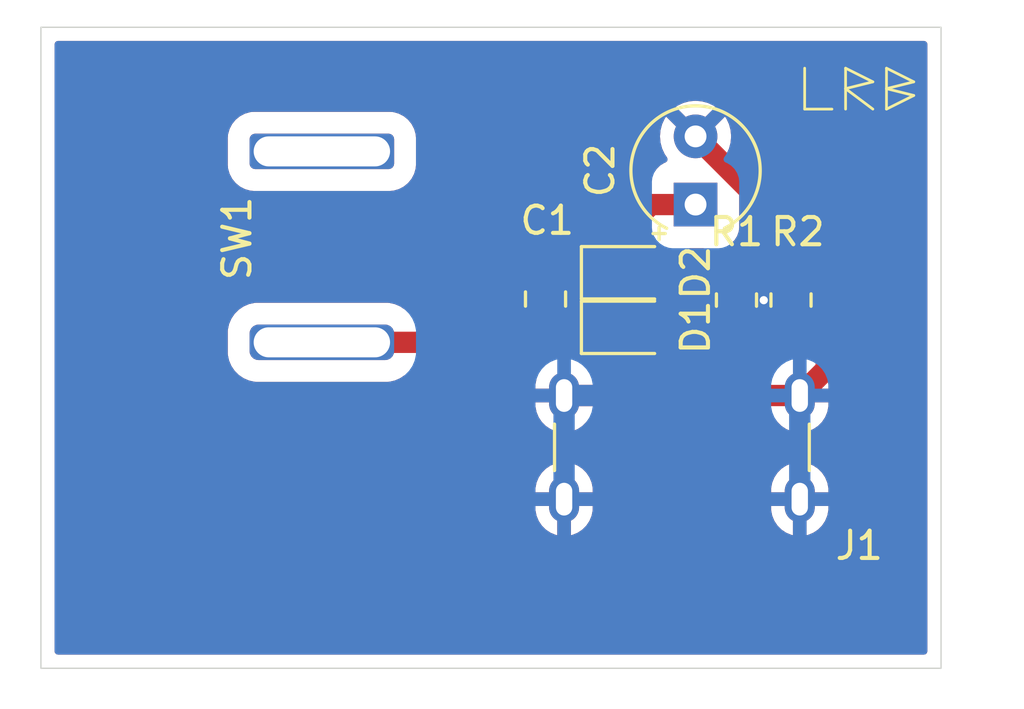
<source format=kicad_pcb>
(kicad_pcb (version 20240108) (generator "pcbnew") (generator_version "8.0")
  (layers (0 "F.Cu" signal) (31 "B.Cu" signal) (34 "B.Paste" user) (35 "F.Paste" user) (36 "B.SilkS" user "B.Silkscreen") (37 "F.SilkS" user "F.Silkscreen") (38 "B.Mask" user) (39 "F.Mask" user) (44 "Edge.Cuts" user))
  (net 0 "")
  (net 1 "Net-(D2-K)")
  (net 2 "GND")
  (net 3 "Net-(D1-A)")
  (net 4 "Net-(J1-CC1)")
  (net 5 "Net-(J1-CC2)")
  (net 6 "+5V")
  (footprint "Resistor_SMD:R_0805_2012Metric_Pad1.20x1.40mm_HandSolder" (layer "F.Cu") (at 159.5 102.5 -90)
    (property "Reference" "R2" (at -2.5 -0.25 0) (layer "F.SilkS"))
    (property "Value" "5.1k")
    (fp_line (start -0.227064 0.735) (end 0.227064 0.735) (stroke (width 0.12)) (layer "F.SilkS"))
    (fp_line (start -0.227064 -0.735) (end 0.227064 -0.735) (stroke (width 0.12)) (layer "F.SilkS"))
    (pad "1" smd roundrect (at -1 0 270) (size 1.2 1.4) (layers "F.Cu" "F.Paste" "F.Mask") (roundrect_rratio 0.208333) (net 2 "GND"))
    (pad "2" smd roundrect (at 1 0 270) (size 1.2 1.4) (layers "F.Cu" "F.Paste" "F.Mask") (roundrect_rratio 0.208333) (net 5 "Net-(J1-CC2)"))
  )
  (footprint "Resistor_SMD:R_0805_2012Metric_Pad1.20x1.40mm_HandSolder" (layer "F.Cu") (at 157.5 102.5 90)
    (property "Reference" "R1" (at 2.5 0 180) (layer "F.SilkS"))
    (property "Value" "5.1k")
    (fp_line (start -0.227064 -0.735) (end 0.227064 -0.735) (stroke (width 0.12)) (layer "F.SilkS"))
    (fp_line (start -0.227064 0.735) (end 0.227064 0.735) (stroke (width 0.12)) (layer "F.SilkS"))
    (pad "1" smd roundrect (at -1 0 90) (size 1.2 1.4) (layers "F.Cu" "F.Paste" "F.Mask") (roundrect_rratio 0.208333) (net 4 "Net-(J1-CC1)"))
    (pad "2" smd roundrect (at 1 0 90) (size 1.2 1.4) (layers "F.Cu" "F.Paste" "F.Mask") (roundrect_rratio 0.208333) (net 2 "GND"))
  )
  (footprint "Capacitor_SMD:C_0805_2012Metric_Pad1.18x1.45mm_HandSolder" (layer "F.Cu") (at 150.5 102.4625 90)
    (property "Reference" "C1" (at 2.88 0.06 180) (layer "F.SilkS"))
    (property "Value" "0.1u")
    (fp_line (start -0.261252 -0.735) (end 0.261252 -0.735) (stroke (width 0.12)) (layer "F.SilkS"))
    (fp_line (start -0.261252 0.735) (end 0.261252 0.735) (stroke (width 0.12)) (layer "F.SilkS"))
    (pad "1" smd roundrect (at -1.0375 0 90) (size 1.175 1.45) (layers "F.Cu" "F.Paste" "F.Mask") (roundrect_rratio 0.212766) (net 1 "Net-(D2-K)"))
    (pad "2" smd roundrect (at 1.0375 0 90) (size 1.175 1.45) (layers "F.Cu" "F.Paste" "F.Mask") (roundrect_rratio 0.212766) (net 2 "GND"))
  )
  (footprint "Diode_SMD:D_0805_2012Metric" (layer "F.Cu") (at 153.5 101.5)
    (property "Reference" "D2" (at 2.5 0 90) (layer "F.SilkS"))
    (property "Value" "D_Schottky")
    (fp_line (start -1.685 -0.96) (end -1.685 0.96) (stroke (width 0.12)) (layer "F.SilkS"))
    (fp_line (start -1.685 0.96) (end 1 0.96) (stroke (width 0.12)) (layer "F.SilkS"))
    (fp_line (start 1 -0.96) (end -1.685 -0.96) (stroke (width 0.12)) (layer "F.SilkS"))
    (pad "1" smd roundrect (at -0.9375 0) (size 0.975 1.4) (layers "F.Cu" "F.Paste" "F.Mask") (net 1 "Net-(D2-K)"))
    (pad "2" smd roundrect (at 0.9375 0) (size 0.975 1.4) (layers "F.Cu" "F.Paste" "F.Mask") (net 3 "Net-(D1-A)"))
  )
  (footprint "Diode_SMD:D_0805_2012Metric" (layer "F.Cu") (at 153.5 103.5)
    (property "Reference" "D1" (at 2.5 0 90) (layer "F.SilkS"))
    (property "Value" "TVS")
    (fp_line (start -1.685 -0.96) (end -1.685 0.96) (stroke (width 0.12)) (layer "F.SilkS"))
    (fp_line (start -1.685 0.96) (end 1 0.96) (stroke (width 0.12)) (layer "F.SilkS"))
    (fp_line (start 1 -0.96) (end -1.685 -0.96) (stroke (width 0.12)) (layer "F.SilkS"))
    (pad "1" smd roundrect (at -0.9375 0) (size 0.975 1.4) (layers "F.Cu" "F.Paste" "F.Mask") (net 2 "GND"))
    (pad "2" smd roundrect (at 0.9375 0) (size 0.975 1.4) (layers "F.Cu" "F.Paste" "F.Mask") (net 3 "Net-(D1-A)"))
  )
  (footprint "Connector_USB:USB_C_Receptacle_GCT_USB4125-xx-x-0190_6P_TopMnt_Horizontal" (layer "F.Cu") (at 155.5 109)
    (property "Reference" "J1" (at 6.5 2.5 0) (layer "F.SilkS"))
    (property "Value" "USB_C_Receptacle_PowerOnly_6P")
    (fp_line (start -4.67 -0.25) (end -4.67 -1.95) (stroke (width 0.12)) (layer "F.SilkS"))
    (fp_line (start 4.67 -0.25) (end 4.67 -1.95) (stroke (width 0.12)) (layer "F.SilkS"))
    (pad "A5" smd roundrect (at -0.5 -3.08) (size 0.7 1.2) (layers "F.Cu" "F.Paste" "F.Mask") (net 4 "Net-(J1-CC1)"))
    (pad "A9" smd roundrect (at 1.52 -3.08 180) (size 0.76 1.2) (layers "F.Cu" "F.Paste" "F.Mask") (net 3 "Net-(D1-A)"))
    (pad "A12" smd roundrect (at 2.75 -3.08 180) (size 0.8 1.2) (layers "F.Cu" "F.Paste" "F.Mask") (net 2 "GND"))
    (pad "B5" smd roundrect (at 0.5 -3.08 180) (size 0.7 1.2) (layers "F.Cu" "F.Paste" "F.Mask") (net 5 "Net-(J1-CC2)"))
    (pad "B9" smd roundrect (at -1.52 -3.08) (size 0.76 1.2) (layers "F.Cu" "F.Paste" "F.Mask") (net 3 "Net-(D1-A)"))
    (pad "B12" smd roundrect (at -2.75 -3.08) (size 0.8 1.2) (layers "F.Cu" "F.Paste" "F.Mask") (net 2 "GND"))
    (pad "S1" thru_hole oval (at -4.32 -3) (size 1.1 1.7) (drill oval 0.6 1.2) (layers "*.Cu" "*.Mask" "F.Paste") (net 2 "GND"))
    (pad "S1" thru_hole oval (at -4.32 0.8) (size 1.1 1.7) (drill oval 0.6 1.2) (layers "*.Cu" "*.Mask" "F.Paste") (net 2 "GND"))
    (pad "S1" thru_hole oval (at 4.32 -3) (size 1.1 1.7) (drill oval 0.6 1.2) (layers "*.Cu" "*.Mask" "F.Paste") (net 2 "GND"))
    (pad "S1" thru_hole oval (at 4.32 0.8) (size 1.1 1.7) (drill oval 0.6 1.2) (layers "*.Cu" "*.Mask" "F.Paste") (net 2 "GND"))
  )
  (footprint "Button_Switch_THT:switch_corona" (layer "F.Cu") (at 142.3 104.05 90)
    (property "Reference" "SW1" (at 3.81 -3.11 90) (layer "F.SilkS"))
    (property "Value" "SW_SPST")
    (pad "1" thru_hole roundrect (at 0 0 90) (size 1.3 5.3) (drill oval 1.1 5) (layers "*.Cu" "*.Mask") (net 1 "Net-(D2-K)"))
    (pad "2" thru_hole roundrect (at 7 0 90) (size 1.3 5.3) (drill oval 1.1 5) (layers "*.Cu" "*.Mask") (roundrect_rratio 0.15625) (net 6 "+5V"))
  )
  (footprint "Capacitor_THT:CP_Radial_Tantal_D4.5mm_P2.50mm" (layer "F.Cu") (at 156 99 90)
    (property "Reference" "C2" (at 1.25 -3.5 90) (layer "F.SilkS"))
    (property "Value" "1000uF")
    (fp_line (start -1.062288 -1.56) (end -1.062288 -1.11) (stroke (width 0.12)) (layer "F.SilkS"))
    (fp_line (start -1.287288 -1.335) (end -0.837288 -1.335) (stroke (width 0.12)) (layer "F.SilkS"))
    (fp_arc (start -0.869741 -1.06) (mid 3.62 0) (end -0.869741 1.06) (stroke (width 0.12)) (layer "F.SilkS"))
    (pad "1" thru_hole rect (at 0 0 90) (size 1.6 1.6) (drill 0.8) (layers "*.Cu" "*.Mask") (net 1 "Net-(D2-K)"))
    (pad "2" thru_hole circle (at 2.5 0 90) (size 1.6 1.6) (drill 0.8) (layers "*.Cu" "*.Mask") (net 2 "GND"))
  )
  (gr_line (start 164 95) (end 163 94.75) (stroke (width 0.1)) (layer "F.SilkS"))
  (gr_line (start 161.5 94) (end 161.5 95.5) (stroke (width 0.1)) (layer "F.SilkS"))
  (gr_line (start 161.5 94) (end 162.5 94.5) (stroke (width 0.1)) (layer "F.SilkS"))
  (gr_line (start 163 94) (end 163 95.5) (stroke (width 0.1)) (layer "F.SilkS"))
  (gr_line (start 163 95.5) (end 164 95) (stroke (width 0.1)) (layer "F.SilkS"))
  (gr_line (start 161.5 94.75) (end 162.5 95.5) (stroke (width 0.1)) (layer "F.SilkS"))
  (gr_line (start 164 94.5) (end 163 94.75) (stroke (width 0.1)) (layer "F.SilkS"))
  (gr_line (start 162.5 94.5) (end 161.5 94.75) (stroke (width 0.1)) (layer "F.SilkS"))
  (gr_line (start 160 95.5) (end 161 95.5) (stroke (width 0.1)) (layer "F.SilkS"))
  (gr_line (start 160 94) (end 160 95.5) (stroke (width 0.1)) (layer "F.SilkS"))
  (gr_line (start 163 94) (end 164 94.5) (stroke (width 0.1)) (layer "F.SilkS"))
  (gr_rect (start 132 92.5) (end 165 116) (stroke (width 0.05)) (fill none) (layer "Edge.Cuts"))
  (segment (start 152.5625 100.800001) (end 154.362501 99) (width 0.78) (layer "F.Cu") (net 1))
  (segment (start 150.5 103.5) (end 149.185 102.185) (width 0.78) (layer "F.Cu") (net 1))
  (segment (start 152.5625 101.5) (end 152.5625 100.800001) (width 0.78) (layer "F.Cu") (net 1))
  (segment (start 142.3 104.05) (end 149.95 104.05) (width 0.78) (layer "F.Cu") (net 1))
  (segment (start 152.5625 101.0625) (end 152.5625 101.5) (width 0.78) (layer "F.Cu") (net 1))
  (segment (start 149.185 102.185) (end 149.185 100.315) (width 0.78) (layer "F.Cu") (net 1))
  (segment (start 149.95 104.05) (end 150.5 103.5) (width 0.78) (layer "F.Cu") (net 1))
  (segment (start 149.2525 100.2475) (end 151.7475 100.2475) (width 0.78) (layer "F.Cu") (net 1))
  (segment (start 149.185 100.315) (end 149.2525 100.2475) (width 0.78) (layer "F.Cu") (net 1))
  (segment (start 154.362501 99) (end 156 99) (width 0.78) (layer "F.Cu") (net 1))
  (segment (start 151.7475 100.2475) (end 152.5625 101.0625) (width 0.78) (layer "F.Cu") (net 1))
  (segment (start 159.5 101.5) (end 160.79 102.79) (width 0.78) (layer "F.Cu") (net 2))
  (segment (start 152.75 105.92) (end 152.75 103.6875) (width 0.78) (layer "F.Cu") (net 2))
  (segment (start 157.5 101.5) (end 159.5 101.5) (width 0.78) (layer "F.Cu") (net 2))
  (segment (start 152.75 103.6875) (end 152.5625 103.5) (width 0.78) (layer "F.Cu") (net 2))
  (segment (start 157.5 101.505134) (end 158.5 102.505134) (width 0.78) (layer "F.Cu") (net 2))
  (segment (start 152.5625 103.5) (end 152.5625 103.4875) (width 0.78) (layer "F.Cu") (net 2))
  (segment (start 160.79 102.79) (end 160.79 105.03) (width 0.78) (layer "F.Cu") (net 2))
  (segment (start 159.82 106) (end 158.33 106) (width 0.78) (layer "F.Cu") (net 2))
  (segment (start 157.5 101.5) (end 157.5 101.505134) (width 0.78) (layer "F.Cu") (net 2))
  (segment (start 160.79 105.03) (end 159.82 106) (width 0.78) (layer "F.Cu") (net 2))
  (segment (start 158.33 106) (end 158.25 105.92) (width 0.78) (layer "F.Cu") (net 2))
  (segment (start 152.5625 103.4875) (end 150.5 101.425) (width 0.78) (layer "F.Cu") (net 2))
  (segment (start 159.5 101.5) (end 159.5 100) (width 0.78) (layer "F.Cu") (net 2))
  (segment (start 152.67 106) (end 152.75 105.92) (width 0.78) (layer "F.Cu") (net 2))
  (segment (start 151.18 106) (end 152.67 106) (width 0.78) (layer "F.Cu") (net 2))
  (segment (start 159.5 100) (end 156 96.5) (width 0.78) (layer "F.Cu") (net 2))
  (via (at 158.5 102.505134) (size 0.6) (drill 0.3) (layers "F.Cu" "B.Cu") (net 2))
  (segment (start 151.18 109.8) (end 151.18 106) (width 0.78) (layer "B.Cu") (net 2))
  (segment (start 158.5 102.505134) (end 155.005134 106) (width 0.78) (layer "B.Cu") (net 2))
  (segment (start 155.005134 106) (end 151.18 106) (width 0.78) (layer "B.Cu") (net 2))
  (segment (start 159.82 109.8) (end 159.82 106) (width 0.78) (layer "B.Cu") (net 2))
  (segment (start 153.98 106.586724) (end 153.98 105.92) (width 0.78) (layer "F.Cu") (net 3))
  (segment (start 153.98 103.9575) (end 154.4375 103.5) (width 0.78) (layer "F.Cu") (net 3))
  (segment (start 153.98 105.92) (end 153.98 103.9575) (width 0.78) (layer "F.Cu") (net 3))
  (segment (start 154.503276 107.11) (end 153.98 106.586724) (width 0.78) (layer "F.Cu") (net 3))
  (segment (start 154.4375 103.5) (end 154.4375 101.5) (width 0.78) (layer "F.Cu") (net 3))
  (segment (start 157.02 106.586724) (end 156.496724 107.11) (width 0.78) (layer "F.Cu") (net 3))
  (segment (start 157.02 105.92) (end 157.02 106.586724) (width 0.78) (layer "F.Cu") (net 3))
  (segment (start 156.496724 107.11) (end 154.503276 107.11) (width 0.78) (layer "F.Cu") (net 3))
  (segment (start 157 104) (end 156.32 104) (width 0.25) (layer "F.Cu") (net 4))
  (segment (start 156.32 104) (end 155 105.32) (width 0.25) (layer "F.Cu") (net 4))
  (segment (start 155 105.32) (end 155 105.92) (width 0.25) (layer "F.Cu") (net 4))
  (segment (start 157.5 103.5) (end 157 104) (width 0.25) (layer "F.Cu") (net 4))
  (segment (start 156 105.5) (end 156 105.92) (width 0.25) (layer "F.Cu") (net 5))
  (segment (start 159.5 103.5) (end 158.005 104.995) (width 0.25) (layer "F.Cu") (net 5))
  (segment (start 158.005 104.995) (end 156.505 104.995) (width 0.25) (layer "F.Cu") (net 5))
  (segment (start 156.505 104.995) (end 156 105.5) (width 0.25) (layer "F.Cu") (net 5))
  (zone (net 2) (net_name "GND") (layers "F&B.Cu") (connect_pads (clearance 0.8)) (min_thickness 0.25) (fill yes (thermal_gap 0.5) (thermal_bridge_width 0.5))
    (polygon (pts (xy 130.5 91.5) (xy 167 91.5) (xy 167 117.5) (xy 130.5 117.5)))
  )
)
</source>
